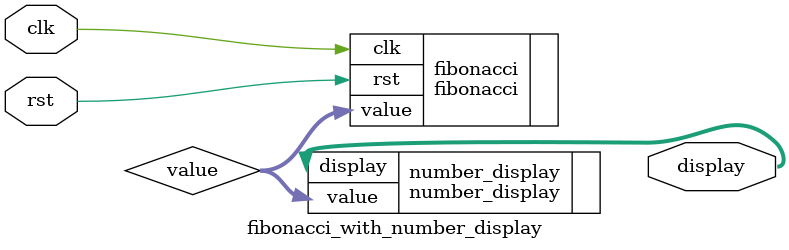
<source format=sv>
`include "number_display.sv"
`include "fibonacci.sv"

module fibonacci_with_number_display #(parameter NUMBER_WIDTH = 16) (
    input bit clk,
    input bit rst,

    (* gate_rotation="backward", stripe_width=5, stripes_orientation="vertical", override_x=1, override_y=1, override_z=3 *)
    output bit [15*DIGITS_COUNT+5*(DIGITS_COUNT-1)-1:0] display
);
    localparam DIGITS_COUNT = $rtoi($ceil(NUMBER_WIDTH * $log10(2))); // Couldn't use number_display.DIGITS_COUNT; see https://github.com/YosysHQ/yosys/issues/647

    bit [NUMBER_WIDTH-1:0] value;

    number_display #(.NUMBER_WIDTH(NUMBER_WIDTH)) number_display(
        .value,
        .display
    );
    fibonacci #(.COUNTER_WIDTH(NUMBER_WIDTH)) fibonacci(
        .clk,
        .rst,
        .value
    );
endmodule

</source>
